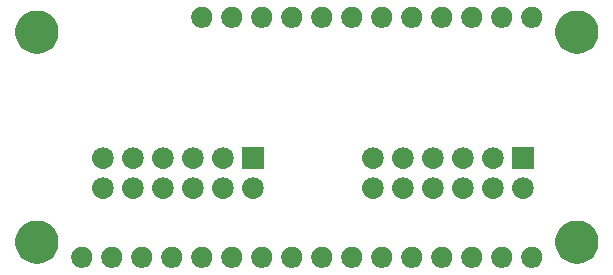
<source format=gbr>
G04 #@! TF.GenerationSoftware,KiCad,Pcbnew,(5.1.2)-1*
G04 #@! TF.CreationDate,2019-07-17T11:08:16+10:00*
G04 #@! TF.ProjectId,pmod-breakout,706d6f64-2d62-4726-9561-6b6f75742e6b,rev?*
G04 #@! TF.SameCoordinates,Original*
G04 #@! TF.FileFunction,Soldermask,Top*
G04 #@! TF.FilePolarity,Negative*
%FSLAX46Y46*%
G04 Gerber Fmt 4.6, Leading zero omitted, Abs format (unit mm)*
G04 Created by KiCad (PCBNEW (5.1.2)-1) date 2019-07-17 11:08:16*
%MOMM*%
%LPD*%
G04 APERTURE LIST*
%ADD10C,0.100000*%
G04 APERTURE END LIST*
D10*
G36*
X94343512Y-78113927D02*
G01*
X94492812Y-78143624D01*
X94656784Y-78211544D01*
X94804354Y-78310147D01*
X94929853Y-78435646D01*
X95028456Y-78583216D01*
X95096376Y-78747188D01*
X95131000Y-78921259D01*
X95131000Y-79098741D01*
X95096376Y-79272812D01*
X95028456Y-79436784D01*
X94929853Y-79584354D01*
X94804354Y-79709853D01*
X94656784Y-79808456D01*
X94492812Y-79876376D01*
X94343512Y-79906073D01*
X94318742Y-79911000D01*
X94141258Y-79911000D01*
X94116488Y-79906073D01*
X93967188Y-79876376D01*
X93803216Y-79808456D01*
X93655646Y-79709853D01*
X93530147Y-79584354D01*
X93431544Y-79436784D01*
X93363624Y-79272812D01*
X93329000Y-79098741D01*
X93329000Y-78921259D01*
X93363624Y-78747188D01*
X93431544Y-78583216D01*
X93530147Y-78435646D01*
X93655646Y-78310147D01*
X93803216Y-78211544D01*
X93967188Y-78143624D01*
X94116488Y-78113927D01*
X94141258Y-78109000D01*
X94318742Y-78109000D01*
X94343512Y-78113927D01*
X94343512Y-78113927D01*
G37*
G36*
X114663512Y-78113927D02*
G01*
X114812812Y-78143624D01*
X114976784Y-78211544D01*
X115124354Y-78310147D01*
X115249853Y-78435646D01*
X115348456Y-78583216D01*
X115416376Y-78747188D01*
X115451000Y-78921259D01*
X115451000Y-79098741D01*
X115416376Y-79272812D01*
X115348456Y-79436784D01*
X115249853Y-79584354D01*
X115124354Y-79709853D01*
X114976784Y-79808456D01*
X114812812Y-79876376D01*
X114663512Y-79906073D01*
X114638742Y-79911000D01*
X114461258Y-79911000D01*
X114436488Y-79906073D01*
X114287188Y-79876376D01*
X114123216Y-79808456D01*
X113975646Y-79709853D01*
X113850147Y-79584354D01*
X113751544Y-79436784D01*
X113683624Y-79272812D01*
X113649000Y-79098741D01*
X113649000Y-78921259D01*
X113683624Y-78747188D01*
X113751544Y-78583216D01*
X113850147Y-78435646D01*
X113975646Y-78310147D01*
X114123216Y-78211544D01*
X114287188Y-78143624D01*
X114436488Y-78113927D01*
X114461258Y-78109000D01*
X114638742Y-78109000D01*
X114663512Y-78113927D01*
X114663512Y-78113927D01*
G37*
G36*
X129903512Y-78113927D02*
G01*
X130052812Y-78143624D01*
X130216784Y-78211544D01*
X130364354Y-78310147D01*
X130489853Y-78435646D01*
X130588456Y-78583216D01*
X130656376Y-78747188D01*
X130691000Y-78921259D01*
X130691000Y-79098741D01*
X130656376Y-79272812D01*
X130588456Y-79436784D01*
X130489853Y-79584354D01*
X130364354Y-79709853D01*
X130216784Y-79808456D01*
X130052812Y-79876376D01*
X129903512Y-79906073D01*
X129878742Y-79911000D01*
X129701258Y-79911000D01*
X129676488Y-79906073D01*
X129527188Y-79876376D01*
X129363216Y-79808456D01*
X129215646Y-79709853D01*
X129090147Y-79584354D01*
X128991544Y-79436784D01*
X128923624Y-79272812D01*
X128889000Y-79098741D01*
X128889000Y-78921259D01*
X128923624Y-78747188D01*
X128991544Y-78583216D01*
X129090147Y-78435646D01*
X129215646Y-78310147D01*
X129363216Y-78211544D01*
X129527188Y-78143624D01*
X129676488Y-78113927D01*
X129701258Y-78109000D01*
X129878742Y-78109000D01*
X129903512Y-78113927D01*
X129903512Y-78113927D01*
G37*
G36*
X91803512Y-78113927D02*
G01*
X91952812Y-78143624D01*
X92116784Y-78211544D01*
X92264354Y-78310147D01*
X92389853Y-78435646D01*
X92488456Y-78583216D01*
X92556376Y-78747188D01*
X92591000Y-78921259D01*
X92591000Y-79098741D01*
X92556376Y-79272812D01*
X92488456Y-79436784D01*
X92389853Y-79584354D01*
X92264354Y-79709853D01*
X92116784Y-79808456D01*
X91952812Y-79876376D01*
X91803512Y-79906073D01*
X91778742Y-79911000D01*
X91601258Y-79911000D01*
X91576488Y-79906073D01*
X91427188Y-79876376D01*
X91263216Y-79808456D01*
X91115646Y-79709853D01*
X90990147Y-79584354D01*
X90891544Y-79436784D01*
X90823624Y-79272812D01*
X90789000Y-79098741D01*
X90789000Y-78921259D01*
X90823624Y-78747188D01*
X90891544Y-78583216D01*
X90990147Y-78435646D01*
X91115646Y-78310147D01*
X91263216Y-78211544D01*
X91427188Y-78143624D01*
X91576488Y-78113927D01*
X91601258Y-78109000D01*
X91778742Y-78109000D01*
X91803512Y-78113927D01*
X91803512Y-78113927D01*
G37*
G36*
X124823512Y-78113927D02*
G01*
X124972812Y-78143624D01*
X125136784Y-78211544D01*
X125284354Y-78310147D01*
X125409853Y-78435646D01*
X125508456Y-78583216D01*
X125576376Y-78747188D01*
X125611000Y-78921259D01*
X125611000Y-79098741D01*
X125576376Y-79272812D01*
X125508456Y-79436784D01*
X125409853Y-79584354D01*
X125284354Y-79709853D01*
X125136784Y-79808456D01*
X124972812Y-79876376D01*
X124823512Y-79906073D01*
X124798742Y-79911000D01*
X124621258Y-79911000D01*
X124596488Y-79906073D01*
X124447188Y-79876376D01*
X124283216Y-79808456D01*
X124135646Y-79709853D01*
X124010147Y-79584354D01*
X123911544Y-79436784D01*
X123843624Y-79272812D01*
X123809000Y-79098741D01*
X123809000Y-78921259D01*
X123843624Y-78747188D01*
X123911544Y-78583216D01*
X124010147Y-78435646D01*
X124135646Y-78310147D01*
X124283216Y-78211544D01*
X124447188Y-78143624D01*
X124596488Y-78113927D01*
X124621258Y-78109000D01*
X124798742Y-78109000D01*
X124823512Y-78113927D01*
X124823512Y-78113927D01*
G37*
G36*
X122283512Y-78113927D02*
G01*
X122432812Y-78143624D01*
X122596784Y-78211544D01*
X122744354Y-78310147D01*
X122869853Y-78435646D01*
X122968456Y-78583216D01*
X123036376Y-78747188D01*
X123071000Y-78921259D01*
X123071000Y-79098741D01*
X123036376Y-79272812D01*
X122968456Y-79436784D01*
X122869853Y-79584354D01*
X122744354Y-79709853D01*
X122596784Y-79808456D01*
X122432812Y-79876376D01*
X122283512Y-79906073D01*
X122258742Y-79911000D01*
X122081258Y-79911000D01*
X122056488Y-79906073D01*
X121907188Y-79876376D01*
X121743216Y-79808456D01*
X121595646Y-79709853D01*
X121470147Y-79584354D01*
X121371544Y-79436784D01*
X121303624Y-79272812D01*
X121269000Y-79098741D01*
X121269000Y-78921259D01*
X121303624Y-78747188D01*
X121371544Y-78583216D01*
X121470147Y-78435646D01*
X121595646Y-78310147D01*
X121743216Y-78211544D01*
X121907188Y-78143624D01*
X122056488Y-78113927D01*
X122081258Y-78109000D01*
X122258742Y-78109000D01*
X122283512Y-78113927D01*
X122283512Y-78113927D01*
G37*
G36*
X119743512Y-78113927D02*
G01*
X119892812Y-78143624D01*
X120056784Y-78211544D01*
X120204354Y-78310147D01*
X120329853Y-78435646D01*
X120428456Y-78583216D01*
X120496376Y-78747188D01*
X120531000Y-78921259D01*
X120531000Y-79098741D01*
X120496376Y-79272812D01*
X120428456Y-79436784D01*
X120329853Y-79584354D01*
X120204354Y-79709853D01*
X120056784Y-79808456D01*
X119892812Y-79876376D01*
X119743512Y-79906073D01*
X119718742Y-79911000D01*
X119541258Y-79911000D01*
X119516488Y-79906073D01*
X119367188Y-79876376D01*
X119203216Y-79808456D01*
X119055646Y-79709853D01*
X118930147Y-79584354D01*
X118831544Y-79436784D01*
X118763624Y-79272812D01*
X118729000Y-79098741D01*
X118729000Y-78921259D01*
X118763624Y-78747188D01*
X118831544Y-78583216D01*
X118930147Y-78435646D01*
X119055646Y-78310147D01*
X119203216Y-78211544D01*
X119367188Y-78143624D01*
X119516488Y-78113927D01*
X119541258Y-78109000D01*
X119718742Y-78109000D01*
X119743512Y-78113927D01*
X119743512Y-78113927D01*
G37*
G36*
X117203512Y-78113927D02*
G01*
X117352812Y-78143624D01*
X117516784Y-78211544D01*
X117664354Y-78310147D01*
X117789853Y-78435646D01*
X117888456Y-78583216D01*
X117956376Y-78747188D01*
X117991000Y-78921259D01*
X117991000Y-79098741D01*
X117956376Y-79272812D01*
X117888456Y-79436784D01*
X117789853Y-79584354D01*
X117664354Y-79709853D01*
X117516784Y-79808456D01*
X117352812Y-79876376D01*
X117203512Y-79906073D01*
X117178742Y-79911000D01*
X117001258Y-79911000D01*
X116976488Y-79906073D01*
X116827188Y-79876376D01*
X116663216Y-79808456D01*
X116515646Y-79709853D01*
X116390147Y-79584354D01*
X116291544Y-79436784D01*
X116223624Y-79272812D01*
X116189000Y-79098741D01*
X116189000Y-78921259D01*
X116223624Y-78747188D01*
X116291544Y-78583216D01*
X116390147Y-78435646D01*
X116515646Y-78310147D01*
X116663216Y-78211544D01*
X116827188Y-78143624D01*
X116976488Y-78113927D01*
X117001258Y-78109000D01*
X117178742Y-78109000D01*
X117203512Y-78113927D01*
X117203512Y-78113927D01*
G37*
G36*
X127363512Y-78113927D02*
G01*
X127512812Y-78143624D01*
X127676784Y-78211544D01*
X127824354Y-78310147D01*
X127949853Y-78435646D01*
X128048456Y-78583216D01*
X128116376Y-78747188D01*
X128151000Y-78921259D01*
X128151000Y-79098741D01*
X128116376Y-79272812D01*
X128048456Y-79436784D01*
X127949853Y-79584354D01*
X127824354Y-79709853D01*
X127676784Y-79808456D01*
X127512812Y-79876376D01*
X127363512Y-79906073D01*
X127338742Y-79911000D01*
X127161258Y-79911000D01*
X127136488Y-79906073D01*
X126987188Y-79876376D01*
X126823216Y-79808456D01*
X126675646Y-79709853D01*
X126550147Y-79584354D01*
X126451544Y-79436784D01*
X126383624Y-79272812D01*
X126349000Y-79098741D01*
X126349000Y-78921259D01*
X126383624Y-78747188D01*
X126451544Y-78583216D01*
X126550147Y-78435646D01*
X126675646Y-78310147D01*
X126823216Y-78211544D01*
X126987188Y-78143624D01*
X127136488Y-78113927D01*
X127161258Y-78109000D01*
X127338742Y-78109000D01*
X127363512Y-78113927D01*
X127363512Y-78113927D01*
G37*
G36*
X112123512Y-78113927D02*
G01*
X112272812Y-78143624D01*
X112436784Y-78211544D01*
X112584354Y-78310147D01*
X112709853Y-78435646D01*
X112808456Y-78583216D01*
X112876376Y-78747188D01*
X112911000Y-78921259D01*
X112911000Y-79098741D01*
X112876376Y-79272812D01*
X112808456Y-79436784D01*
X112709853Y-79584354D01*
X112584354Y-79709853D01*
X112436784Y-79808456D01*
X112272812Y-79876376D01*
X112123512Y-79906073D01*
X112098742Y-79911000D01*
X111921258Y-79911000D01*
X111896488Y-79906073D01*
X111747188Y-79876376D01*
X111583216Y-79808456D01*
X111435646Y-79709853D01*
X111310147Y-79584354D01*
X111211544Y-79436784D01*
X111143624Y-79272812D01*
X111109000Y-79098741D01*
X111109000Y-78921259D01*
X111143624Y-78747188D01*
X111211544Y-78583216D01*
X111310147Y-78435646D01*
X111435646Y-78310147D01*
X111583216Y-78211544D01*
X111747188Y-78143624D01*
X111896488Y-78113927D01*
X111921258Y-78109000D01*
X112098742Y-78109000D01*
X112123512Y-78113927D01*
X112123512Y-78113927D01*
G37*
G36*
X109583512Y-78113927D02*
G01*
X109732812Y-78143624D01*
X109896784Y-78211544D01*
X110044354Y-78310147D01*
X110169853Y-78435646D01*
X110268456Y-78583216D01*
X110336376Y-78747188D01*
X110371000Y-78921259D01*
X110371000Y-79098741D01*
X110336376Y-79272812D01*
X110268456Y-79436784D01*
X110169853Y-79584354D01*
X110044354Y-79709853D01*
X109896784Y-79808456D01*
X109732812Y-79876376D01*
X109583512Y-79906073D01*
X109558742Y-79911000D01*
X109381258Y-79911000D01*
X109356488Y-79906073D01*
X109207188Y-79876376D01*
X109043216Y-79808456D01*
X108895646Y-79709853D01*
X108770147Y-79584354D01*
X108671544Y-79436784D01*
X108603624Y-79272812D01*
X108569000Y-79098741D01*
X108569000Y-78921259D01*
X108603624Y-78747188D01*
X108671544Y-78583216D01*
X108770147Y-78435646D01*
X108895646Y-78310147D01*
X109043216Y-78211544D01*
X109207188Y-78143624D01*
X109356488Y-78113927D01*
X109381258Y-78109000D01*
X109558742Y-78109000D01*
X109583512Y-78113927D01*
X109583512Y-78113927D01*
G37*
G36*
X107043512Y-78113927D02*
G01*
X107192812Y-78143624D01*
X107356784Y-78211544D01*
X107504354Y-78310147D01*
X107629853Y-78435646D01*
X107728456Y-78583216D01*
X107796376Y-78747188D01*
X107831000Y-78921259D01*
X107831000Y-79098741D01*
X107796376Y-79272812D01*
X107728456Y-79436784D01*
X107629853Y-79584354D01*
X107504354Y-79709853D01*
X107356784Y-79808456D01*
X107192812Y-79876376D01*
X107043512Y-79906073D01*
X107018742Y-79911000D01*
X106841258Y-79911000D01*
X106816488Y-79906073D01*
X106667188Y-79876376D01*
X106503216Y-79808456D01*
X106355646Y-79709853D01*
X106230147Y-79584354D01*
X106131544Y-79436784D01*
X106063624Y-79272812D01*
X106029000Y-79098741D01*
X106029000Y-78921259D01*
X106063624Y-78747188D01*
X106131544Y-78583216D01*
X106230147Y-78435646D01*
X106355646Y-78310147D01*
X106503216Y-78211544D01*
X106667188Y-78143624D01*
X106816488Y-78113927D01*
X106841258Y-78109000D01*
X107018742Y-78109000D01*
X107043512Y-78113927D01*
X107043512Y-78113927D01*
G37*
G36*
X104503512Y-78113927D02*
G01*
X104652812Y-78143624D01*
X104816784Y-78211544D01*
X104964354Y-78310147D01*
X105089853Y-78435646D01*
X105188456Y-78583216D01*
X105256376Y-78747188D01*
X105291000Y-78921259D01*
X105291000Y-79098741D01*
X105256376Y-79272812D01*
X105188456Y-79436784D01*
X105089853Y-79584354D01*
X104964354Y-79709853D01*
X104816784Y-79808456D01*
X104652812Y-79876376D01*
X104503512Y-79906073D01*
X104478742Y-79911000D01*
X104301258Y-79911000D01*
X104276488Y-79906073D01*
X104127188Y-79876376D01*
X103963216Y-79808456D01*
X103815646Y-79709853D01*
X103690147Y-79584354D01*
X103591544Y-79436784D01*
X103523624Y-79272812D01*
X103489000Y-79098741D01*
X103489000Y-78921259D01*
X103523624Y-78747188D01*
X103591544Y-78583216D01*
X103690147Y-78435646D01*
X103815646Y-78310147D01*
X103963216Y-78211544D01*
X104127188Y-78143624D01*
X104276488Y-78113927D01*
X104301258Y-78109000D01*
X104478742Y-78109000D01*
X104503512Y-78113927D01*
X104503512Y-78113927D01*
G37*
G36*
X101963512Y-78113927D02*
G01*
X102112812Y-78143624D01*
X102276784Y-78211544D01*
X102424354Y-78310147D01*
X102549853Y-78435646D01*
X102648456Y-78583216D01*
X102716376Y-78747188D01*
X102751000Y-78921259D01*
X102751000Y-79098741D01*
X102716376Y-79272812D01*
X102648456Y-79436784D01*
X102549853Y-79584354D01*
X102424354Y-79709853D01*
X102276784Y-79808456D01*
X102112812Y-79876376D01*
X101963512Y-79906073D01*
X101938742Y-79911000D01*
X101761258Y-79911000D01*
X101736488Y-79906073D01*
X101587188Y-79876376D01*
X101423216Y-79808456D01*
X101275646Y-79709853D01*
X101150147Y-79584354D01*
X101051544Y-79436784D01*
X100983624Y-79272812D01*
X100949000Y-79098741D01*
X100949000Y-78921259D01*
X100983624Y-78747188D01*
X101051544Y-78583216D01*
X101150147Y-78435646D01*
X101275646Y-78310147D01*
X101423216Y-78211544D01*
X101587188Y-78143624D01*
X101736488Y-78113927D01*
X101761258Y-78109000D01*
X101938742Y-78109000D01*
X101963512Y-78113927D01*
X101963512Y-78113927D01*
G37*
G36*
X99423512Y-78113927D02*
G01*
X99572812Y-78143624D01*
X99736784Y-78211544D01*
X99884354Y-78310147D01*
X100009853Y-78435646D01*
X100108456Y-78583216D01*
X100176376Y-78747188D01*
X100211000Y-78921259D01*
X100211000Y-79098741D01*
X100176376Y-79272812D01*
X100108456Y-79436784D01*
X100009853Y-79584354D01*
X99884354Y-79709853D01*
X99736784Y-79808456D01*
X99572812Y-79876376D01*
X99423512Y-79906073D01*
X99398742Y-79911000D01*
X99221258Y-79911000D01*
X99196488Y-79906073D01*
X99047188Y-79876376D01*
X98883216Y-79808456D01*
X98735646Y-79709853D01*
X98610147Y-79584354D01*
X98511544Y-79436784D01*
X98443624Y-79272812D01*
X98409000Y-79098741D01*
X98409000Y-78921259D01*
X98443624Y-78747188D01*
X98511544Y-78583216D01*
X98610147Y-78435646D01*
X98735646Y-78310147D01*
X98883216Y-78211544D01*
X99047188Y-78143624D01*
X99196488Y-78113927D01*
X99221258Y-78109000D01*
X99398742Y-78109000D01*
X99423512Y-78113927D01*
X99423512Y-78113927D01*
G37*
G36*
X96883512Y-78113927D02*
G01*
X97032812Y-78143624D01*
X97196784Y-78211544D01*
X97344354Y-78310147D01*
X97469853Y-78435646D01*
X97568456Y-78583216D01*
X97636376Y-78747188D01*
X97671000Y-78921259D01*
X97671000Y-79098741D01*
X97636376Y-79272812D01*
X97568456Y-79436784D01*
X97469853Y-79584354D01*
X97344354Y-79709853D01*
X97196784Y-79808456D01*
X97032812Y-79876376D01*
X96883512Y-79906073D01*
X96858742Y-79911000D01*
X96681258Y-79911000D01*
X96656488Y-79906073D01*
X96507188Y-79876376D01*
X96343216Y-79808456D01*
X96195646Y-79709853D01*
X96070147Y-79584354D01*
X95971544Y-79436784D01*
X95903624Y-79272812D01*
X95869000Y-79098741D01*
X95869000Y-78921259D01*
X95903624Y-78747188D01*
X95971544Y-78583216D01*
X96070147Y-78435646D01*
X96195646Y-78310147D01*
X96343216Y-78211544D01*
X96507188Y-78143624D01*
X96656488Y-78113927D01*
X96681258Y-78109000D01*
X96858742Y-78109000D01*
X96883512Y-78113927D01*
X96883512Y-78113927D01*
G37*
G36*
X133956820Y-75946143D02*
G01*
X134133500Y-75981287D01*
X134271373Y-76038396D01*
X134466355Y-76119160D01*
X134466356Y-76119161D01*
X134765920Y-76319323D01*
X135020677Y-76574080D01*
X135020678Y-76574082D01*
X135220840Y-76873645D01*
X135358713Y-77206501D01*
X135429000Y-77559858D01*
X135429000Y-77920142D01*
X135358713Y-78273499D01*
X135220840Y-78606355D01*
X135220839Y-78606356D01*
X135020677Y-78905920D01*
X134765920Y-79160677D01*
X134615120Y-79261438D01*
X134466355Y-79360840D01*
X134283014Y-79436782D01*
X134133500Y-79498713D01*
X133956820Y-79533857D01*
X133780142Y-79569000D01*
X133419858Y-79569000D01*
X133243180Y-79533857D01*
X133066500Y-79498713D01*
X132916986Y-79436782D01*
X132733645Y-79360840D01*
X132584880Y-79261438D01*
X132434080Y-79160677D01*
X132179323Y-78905920D01*
X131979161Y-78606356D01*
X131979160Y-78606355D01*
X131841287Y-78273499D01*
X131771000Y-77920142D01*
X131771000Y-77559858D01*
X131841287Y-77206501D01*
X131979160Y-76873645D01*
X132179322Y-76574082D01*
X132179323Y-76574080D01*
X132434080Y-76319323D01*
X132733644Y-76119161D01*
X132733645Y-76119160D01*
X132928627Y-76038396D01*
X133066500Y-75981287D01*
X133243180Y-75946143D01*
X133419858Y-75911000D01*
X133780142Y-75911000D01*
X133956820Y-75946143D01*
X133956820Y-75946143D01*
G37*
G36*
X88236820Y-75946143D02*
G01*
X88413500Y-75981287D01*
X88551373Y-76038396D01*
X88746355Y-76119160D01*
X88746356Y-76119161D01*
X89045920Y-76319323D01*
X89300677Y-76574080D01*
X89300678Y-76574082D01*
X89500840Y-76873645D01*
X89638713Y-77206501D01*
X89709000Y-77559858D01*
X89709000Y-77920142D01*
X89638713Y-78273499D01*
X89500840Y-78606355D01*
X89500839Y-78606356D01*
X89300677Y-78905920D01*
X89045920Y-79160677D01*
X88895120Y-79261438D01*
X88746355Y-79360840D01*
X88563014Y-79436782D01*
X88413500Y-79498713D01*
X88236820Y-79533857D01*
X88060142Y-79569000D01*
X87699858Y-79569000D01*
X87523180Y-79533857D01*
X87346500Y-79498713D01*
X87196986Y-79436782D01*
X87013645Y-79360840D01*
X86864880Y-79261438D01*
X86714080Y-79160677D01*
X86459323Y-78905920D01*
X86259161Y-78606356D01*
X86259160Y-78606355D01*
X86121287Y-78273499D01*
X86051000Y-77920142D01*
X86051000Y-77559858D01*
X86121287Y-77206501D01*
X86259160Y-76873645D01*
X86459322Y-76574082D01*
X86459323Y-76574080D01*
X86714080Y-76319323D01*
X87013644Y-76119161D01*
X87013645Y-76119160D01*
X87208627Y-76038396D01*
X87346500Y-75981287D01*
X87523180Y-75946143D01*
X87699858Y-75911000D01*
X88060142Y-75911000D01*
X88236820Y-75946143D01*
X88236820Y-75946143D01*
G37*
G36*
X129152882Y-72260718D02*
G01*
X129219067Y-72267237D01*
X129388906Y-72318757D01*
X129545431Y-72402422D01*
X129581169Y-72431752D01*
X129682626Y-72515014D01*
X129765888Y-72616471D01*
X129795218Y-72652209D01*
X129878883Y-72808734D01*
X129930403Y-72978573D01*
X129947799Y-73155200D01*
X129930403Y-73331827D01*
X129878883Y-73501666D01*
X129795218Y-73658191D01*
X129765888Y-73693929D01*
X129682626Y-73795386D01*
X129581169Y-73878648D01*
X129545431Y-73907978D01*
X129388906Y-73991643D01*
X129219067Y-74043163D01*
X129152883Y-74049681D01*
X129086700Y-74056200D01*
X128998180Y-74056200D01*
X128931997Y-74049681D01*
X128865813Y-74043163D01*
X128695974Y-73991643D01*
X128539449Y-73907978D01*
X128503711Y-73878648D01*
X128402254Y-73795386D01*
X128318992Y-73693929D01*
X128289662Y-73658191D01*
X128205997Y-73501666D01*
X128154477Y-73331827D01*
X128137081Y-73155200D01*
X128154477Y-72978573D01*
X128205997Y-72808734D01*
X128289662Y-72652209D01*
X128318992Y-72616471D01*
X128402254Y-72515014D01*
X128503711Y-72431752D01*
X128539449Y-72402422D01*
X128695974Y-72318757D01*
X128865813Y-72267237D01*
X128931998Y-72260718D01*
X128998180Y-72254200D01*
X129086700Y-72254200D01*
X129152882Y-72260718D01*
X129152882Y-72260718D01*
G37*
G36*
X126612882Y-72260718D02*
G01*
X126679067Y-72267237D01*
X126848906Y-72318757D01*
X127005431Y-72402422D01*
X127041169Y-72431752D01*
X127142626Y-72515014D01*
X127225888Y-72616471D01*
X127255218Y-72652209D01*
X127338883Y-72808734D01*
X127390403Y-72978573D01*
X127407799Y-73155200D01*
X127390403Y-73331827D01*
X127338883Y-73501666D01*
X127255218Y-73658191D01*
X127225888Y-73693929D01*
X127142626Y-73795386D01*
X127041169Y-73878648D01*
X127005431Y-73907978D01*
X126848906Y-73991643D01*
X126679067Y-74043163D01*
X126612883Y-74049681D01*
X126546700Y-74056200D01*
X126458180Y-74056200D01*
X126391997Y-74049681D01*
X126325813Y-74043163D01*
X126155974Y-73991643D01*
X125999449Y-73907978D01*
X125963711Y-73878648D01*
X125862254Y-73795386D01*
X125778992Y-73693929D01*
X125749662Y-73658191D01*
X125665997Y-73501666D01*
X125614477Y-73331827D01*
X125597081Y-73155200D01*
X125614477Y-72978573D01*
X125665997Y-72808734D01*
X125749662Y-72652209D01*
X125778992Y-72616471D01*
X125862254Y-72515014D01*
X125963711Y-72431752D01*
X125999449Y-72402422D01*
X126155974Y-72318757D01*
X126325813Y-72267237D01*
X126391998Y-72260718D01*
X126458180Y-72254200D01*
X126546700Y-72254200D01*
X126612882Y-72260718D01*
X126612882Y-72260718D01*
G37*
G36*
X124072882Y-72260718D02*
G01*
X124139067Y-72267237D01*
X124308906Y-72318757D01*
X124465431Y-72402422D01*
X124501169Y-72431752D01*
X124602626Y-72515014D01*
X124685888Y-72616471D01*
X124715218Y-72652209D01*
X124798883Y-72808734D01*
X124850403Y-72978573D01*
X124867799Y-73155200D01*
X124850403Y-73331827D01*
X124798883Y-73501666D01*
X124715218Y-73658191D01*
X124685888Y-73693929D01*
X124602626Y-73795386D01*
X124501169Y-73878648D01*
X124465431Y-73907978D01*
X124308906Y-73991643D01*
X124139067Y-74043163D01*
X124072883Y-74049681D01*
X124006700Y-74056200D01*
X123918180Y-74056200D01*
X123851997Y-74049681D01*
X123785813Y-74043163D01*
X123615974Y-73991643D01*
X123459449Y-73907978D01*
X123423711Y-73878648D01*
X123322254Y-73795386D01*
X123238992Y-73693929D01*
X123209662Y-73658191D01*
X123125997Y-73501666D01*
X123074477Y-73331827D01*
X123057081Y-73155200D01*
X123074477Y-72978573D01*
X123125997Y-72808734D01*
X123209662Y-72652209D01*
X123238992Y-72616471D01*
X123322254Y-72515014D01*
X123423711Y-72431752D01*
X123459449Y-72402422D01*
X123615974Y-72318757D01*
X123785813Y-72267237D01*
X123851998Y-72260718D01*
X123918180Y-72254200D01*
X124006700Y-72254200D01*
X124072882Y-72260718D01*
X124072882Y-72260718D01*
G37*
G36*
X121532882Y-72260718D02*
G01*
X121599067Y-72267237D01*
X121768906Y-72318757D01*
X121925431Y-72402422D01*
X121961169Y-72431752D01*
X122062626Y-72515014D01*
X122145888Y-72616471D01*
X122175218Y-72652209D01*
X122258883Y-72808734D01*
X122310403Y-72978573D01*
X122327799Y-73155200D01*
X122310403Y-73331827D01*
X122258883Y-73501666D01*
X122175218Y-73658191D01*
X122145888Y-73693929D01*
X122062626Y-73795386D01*
X121961169Y-73878648D01*
X121925431Y-73907978D01*
X121768906Y-73991643D01*
X121599067Y-74043163D01*
X121532883Y-74049681D01*
X121466700Y-74056200D01*
X121378180Y-74056200D01*
X121311997Y-74049681D01*
X121245813Y-74043163D01*
X121075974Y-73991643D01*
X120919449Y-73907978D01*
X120883711Y-73878648D01*
X120782254Y-73795386D01*
X120698992Y-73693929D01*
X120669662Y-73658191D01*
X120585997Y-73501666D01*
X120534477Y-73331827D01*
X120517081Y-73155200D01*
X120534477Y-72978573D01*
X120585997Y-72808734D01*
X120669662Y-72652209D01*
X120698992Y-72616471D01*
X120782254Y-72515014D01*
X120883711Y-72431752D01*
X120919449Y-72402422D01*
X121075974Y-72318757D01*
X121245813Y-72267237D01*
X121311998Y-72260718D01*
X121378180Y-72254200D01*
X121466700Y-72254200D01*
X121532882Y-72260718D01*
X121532882Y-72260718D01*
G37*
G36*
X118992882Y-72260718D02*
G01*
X119059067Y-72267237D01*
X119228906Y-72318757D01*
X119385431Y-72402422D01*
X119421169Y-72431752D01*
X119522626Y-72515014D01*
X119605888Y-72616471D01*
X119635218Y-72652209D01*
X119718883Y-72808734D01*
X119770403Y-72978573D01*
X119787799Y-73155200D01*
X119770403Y-73331827D01*
X119718883Y-73501666D01*
X119635218Y-73658191D01*
X119605888Y-73693929D01*
X119522626Y-73795386D01*
X119421169Y-73878648D01*
X119385431Y-73907978D01*
X119228906Y-73991643D01*
X119059067Y-74043163D01*
X118992883Y-74049681D01*
X118926700Y-74056200D01*
X118838180Y-74056200D01*
X118771997Y-74049681D01*
X118705813Y-74043163D01*
X118535974Y-73991643D01*
X118379449Y-73907978D01*
X118343711Y-73878648D01*
X118242254Y-73795386D01*
X118158992Y-73693929D01*
X118129662Y-73658191D01*
X118045997Y-73501666D01*
X117994477Y-73331827D01*
X117977081Y-73155200D01*
X117994477Y-72978573D01*
X118045997Y-72808734D01*
X118129662Y-72652209D01*
X118158992Y-72616471D01*
X118242254Y-72515014D01*
X118343711Y-72431752D01*
X118379449Y-72402422D01*
X118535974Y-72318757D01*
X118705813Y-72267237D01*
X118771998Y-72260718D01*
X118838180Y-72254200D01*
X118926700Y-72254200D01*
X118992882Y-72260718D01*
X118992882Y-72260718D01*
G37*
G36*
X116452882Y-72260718D02*
G01*
X116519067Y-72267237D01*
X116688906Y-72318757D01*
X116845431Y-72402422D01*
X116881169Y-72431752D01*
X116982626Y-72515014D01*
X117065888Y-72616471D01*
X117095218Y-72652209D01*
X117178883Y-72808734D01*
X117230403Y-72978573D01*
X117247799Y-73155200D01*
X117230403Y-73331827D01*
X117178883Y-73501666D01*
X117095218Y-73658191D01*
X117065888Y-73693929D01*
X116982626Y-73795386D01*
X116881169Y-73878648D01*
X116845431Y-73907978D01*
X116688906Y-73991643D01*
X116519067Y-74043163D01*
X116452883Y-74049681D01*
X116386700Y-74056200D01*
X116298180Y-74056200D01*
X116231997Y-74049681D01*
X116165813Y-74043163D01*
X115995974Y-73991643D01*
X115839449Y-73907978D01*
X115803711Y-73878648D01*
X115702254Y-73795386D01*
X115618992Y-73693929D01*
X115589662Y-73658191D01*
X115505997Y-73501666D01*
X115454477Y-73331827D01*
X115437081Y-73155200D01*
X115454477Y-72978573D01*
X115505997Y-72808734D01*
X115589662Y-72652209D01*
X115618992Y-72616471D01*
X115702254Y-72515014D01*
X115803711Y-72431752D01*
X115839449Y-72402422D01*
X115995974Y-72318757D01*
X116165813Y-72267237D01*
X116231998Y-72260718D01*
X116298180Y-72254200D01*
X116386700Y-72254200D01*
X116452882Y-72260718D01*
X116452882Y-72260718D01*
G37*
G36*
X103752882Y-72260718D02*
G01*
X103819067Y-72267237D01*
X103988906Y-72318757D01*
X104145431Y-72402422D01*
X104181169Y-72431752D01*
X104282626Y-72515014D01*
X104365888Y-72616471D01*
X104395218Y-72652209D01*
X104478883Y-72808734D01*
X104530403Y-72978573D01*
X104547799Y-73155200D01*
X104530403Y-73331827D01*
X104478883Y-73501666D01*
X104395218Y-73658191D01*
X104365888Y-73693929D01*
X104282626Y-73795386D01*
X104181169Y-73878648D01*
X104145431Y-73907978D01*
X103988906Y-73991643D01*
X103819067Y-74043163D01*
X103752883Y-74049681D01*
X103686700Y-74056200D01*
X103598180Y-74056200D01*
X103531997Y-74049681D01*
X103465813Y-74043163D01*
X103295974Y-73991643D01*
X103139449Y-73907978D01*
X103103711Y-73878648D01*
X103002254Y-73795386D01*
X102918992Y-73693929D01*
X102889662Y-73658191D01*
X102805997Y-73501666D01*
X102754477Y-73331827D01*
X102737081Y-73155200D01*
X102754477Y-72978573D01*
X102805997Y-72808734D01*
X102889662Y-72652209D01*
X102918992Y-72616471D01*
X103002254Y-72515014D01*
X103103711Y-72431752D01*
X103139449Y-72402422D01*
X103295974Y-72318757D01*
X103465813Y-72267237D01*
X103531998Y-72260718D01*
X103598180Y-72254200D01*
X103686700Y-72254200D01*
X103752882Y-72260718D01*
X103752882Y-72260718D01*
G37*
G36*
X101212882Y-72260718D02*
G01*
X101279067Y-72267237D01*
X101448906Y-72318757D01*
X101605431Y-72402422D01*
X101641169Y-72431752D01*
X101742626Y-72515014D01*
X101825888Y-72616471D01*
X101855218Y-72652209D01*
X101938883Y-72808734D01*
X101990403Y-72978573D01*
X102007799Y-73155200D01*
X101990403Y-73331827D01*
X101938883Y-73501666D01*
X101855218Y-73658191D01*
X101825888Y-73693929D01*
X101742626Y-73795386D01*
X101641169Y-73878648D01*
X101605431Y-73907978D01*
X101448906Y-73991643D01*
X101279067Y-74043163D01*
X101212883Y-74049681D01*
X101146700Y-74056200D01*
X101058180Y-74056200D01*
X100991997Y-74049681D01*
X100925813Y-74043163D01*
X100755974Y-73991643D01*
X100599449Y-73907978D01*
X100563711Y-73878648D01*
X100462254Y-73795386D01*
X100378992Y-73693929D01*
X100349662Y-73658191D01*
X100265997Y-73501666D01*
X100214477Y-73331827D01*
X100197081Y-73155200D01*
X100214477Y-72978573D01*
X100265997Y-72808734D01*
X100349662Y-72652209D01*
X100378992Y-72616471D01*
X100462254Y-72515014D01*
X100563711Y-72431752D01*
X100599449Y-72402422D01*
X100755974Y-72318757D01*
X100925813Y-72267237D01*
X100991998Y-72260718D01*
X101058180Y-72254200D01*
X101146700Y-72254200D01*
X101212882Y-72260718D01*
X101212882Y-72260718D01*
G37*
G36*
X98672882Y-72260718D02*
G01*
X98739067Y-72267237D01*
X98908906Y-72318757D01*
X99065431Y-72402422D01*
X99101169Y-72431752D01*
X99202626Y-72515014D01*
X99285888Y-72616471D01*
X99315218Y-72652209D01*
X99398883Y-72808734D01*
X99450403Y-72978573D01*
X99467799Y-73155200D01*
X99450403Y-73331827D01*
X99398883Y-73501666D01*
X99315218Y-73658191D01*
X99285888Y-73693929D01*
X99202626Y-73795386D01*
X99101169Y-73878648D01*
X99065431Y-73907978D01*
X98908906Y-73991643D01*
X98739067Y-74043163D01*
X98672883Y-74049681D01*
X98606700Y-74056200D01*
X98518180Y-74056200D01*
X98451997Y-74049681D01*
X98385813Y-74043163D01*
X98215974Y-73991643D01*
X98059449Y-73907978D01*
X98023711Y-73878648D01*
X97922254Y-73795386D01*
X97838992Y-73693929D01*
X97809662Y-73658191D01*
X97725997Y-73501666D01*
X97674477Y-73331827D01*
X97657081Y-73155200D01*
X97674477Y-72978573D01*
X97725997Y-72808734D01*
X97809662Y-72652209D01*
X97838992Y-72616471D01*
X97922254Y-72515014D01*
X98023711Y-72431752D01*
X98059449Y-72402422D01*
X98215974Y-72318757D01*
X98385813Y-72267237D01*
X98451998Y-72260718D01*
X98518180Y-72254200D01*
X98606700Y-72254200D01*
X98672882Y-72260718D01*
X98672882Y-72260718D01*
G37*
G36*
X96132882Y-72260718D02*
G01*
X96199067Y-72267237D01*
X96368906Y-72318757D01*
X96525431Y-72402422D01*
X96561169Y-72431752D01*
X96662626Y-72515014D01*
X96745888Y-72616471D01*
X96775218Y-72652209D01*
X96858883Y-72808734D01*
X96910403Y-72978573D01*
X96927799Y-73155200D01*
X96910403Y-73331827D01*
X96858883Y-73501666D01*
X96775218Y-73658191D01*
X96745888Y-73693929D01*
X96662626Y-73795386D01*
X96561169Y-73878648D01*
X96525431Y-73907978D01*
X96368906Y-73991643D01*
X96199067Y-74043163D01*
X96132883Y-74049681D01*
X96066700Y-74056200D01*
X95978180Y-74056200D01*
X95911997Y-74049681D01*
X95845813Y-74043163D01*
X95675974Y-73991643D01*
X95519449Y-73907978D01*
X95483711Y-73878648D01*
X95382254Y-73795386D01*
X95298992Y-73693929D01*
X95269662Y-73658191D01*
X95185997Y-73501666D01*
X95134477Y-73331827D01*
X95117081Y-73155200D01*
X95134477Y-72978573D01*
X95185997Y-72808734D01*
X95269662Y-72652209D01*
X95298992Y-72616471D01*
X95382254Y-72515014D01*
X95483711Y-72431752D01*
X95519449Y-72402422D01*
X95675974Y-72318757D01*
X95845813Y-72267237D01*
X95911998Y-72260718D01*
X95978180Y-72254200D01*
X96066700Y-72254200D01*
X96132882Y-72260718D01*
X96132882Y-72260718D01*
G37*
G36*
X93592882Y-72260718D02*
G01*
X93659067Y-72267237D01*
X93828906Y-72318757D01*
X93985431Y-72402422D01*
X94021169Y-72431752D01*
X94122626Y-72515014D01*
X94205888Y-72616471D01*
X94235218Y-72652209D01*
X94318883Y-72808734D01*
X94370403Y-72978573D01*
X94387799Y-73155200D01*
X94370403Y-73331827D01*
X94318883Y-73501666D01*
X94235218Y-73658191D01*
X94205888Y-73693929D01*
X94122626Y-73795386D01*
X94021169Y-73878648D01*
X93985431Y-73907978D01*
X93828906Y-73991643D01*
X93659067Y-74043163D01*
X93592883Y-74049681D01*
X93526700Y-74056200D01*
X93438180Y-74056200D01*
X93371997Y-74049681D01*
X93305813Y-74043163D01*
X93135974Y-73991643D01*
X92979449Y-73907978D01*
X92943711Y-73878648D01*
X92842254Y-73795386D01*
X92758992Y-73693929D01*
X92729662Y-73658191D01*
X92645997Y-73501666D01*
X92594477Y-73331827D01*
X92577081Y-73155200D01*
X92594477Y-72978573D01*
X92645997Y-72808734D01*
X92729662Y-72652209D01*
X92758992Y-72616471D01*
X92842254Y-72515014D01*
X92943711Y-72431752D01*
X92979449Y-72402422D01*
X93135974Y-72318757D01*
X93305813Y-72267237D01*
X93371998Y-72260718D01*
X93438180Y-72254200D01*
X93526700Y-72254200D01*
X93592882Y-72260718D01*
X93592882Y-72260718D01*
G37*
G36*
X106292882Y-72260718D02*
G01*
X106359067Y-72267237D01*
X106528906Y-72318757D01*
X106685431Y-72402422D01*
X106721169Y-72431752D01*
X106822626Y-72515014D01*
X106905888Y-72616471D01*
X106935218Y-72652209D01*
X107018883Y-72808734D01*
X107070403Y-72978573D01*
X107087799Y-73155200D01*
X107070403Y-73331827D01*
X107018883Y-73501666D01*
X106935218Y-73658191D01*
X106905888Y-73693929D01*
X106822626Y-73795386D01*
X106721169Y-73878648D01*
X106685431Y-73907978D01*
X106528906Y-73991643D01*
X106359067Y-74043163D01*
X106292883Y-74049681D01*
X106226700Y-74056200D01*
X106138180Y-74056200D01*
X106071997Y-74049681D01*
X106005813Y-74043163D01*
X105835974Y-73991643D01*
X105679449Y-73907978D01*
X105643711Y-73878648D01*
X105542254Y-73795386D01*
X105458992Y-73693929D01*
X105429662Y-73658191D01*
X105345997Y-73501666D01*
X105294477Y-73331827D01*
X105277081Y-73155200D01*
X105294477Y-72978573D01*
X105345997Y-72808734D01*
X105429662Y-72652209D01*
X105458992Y-72616471D01*
X105542254Y-72515014D01*
X105643711Y-72431752D01*
X105679449Y-72402422D01*
X105835974Y-72318757D01*
X106005813Y-72267237D01*
X106071998Y-72260718D01*
X106138180Y-72254200D01*
X106226700Y-72254200D01*
X106292882Y-72260718D01*
X106292882Y-72260718D01*
G37*
G36*
X116452882Y-69720718D02*
G01*
X116519067Y-69727237D01*
X116688906Y-69778757D01*
X116845431Y-69862422D01*
X116881169Y-69891752D01*
X116982626Y-69975014D01*
X117065888Y-70076471D01*
X117095218Y-70112209D01*
X117178883Y-70268734D01*
X117230403Y-70438573D01*
X117247799Y-70615200D01*
X117230403Y-70791827D01*
X117178883Y-70961666D01*
X117095218Y-71118191D01*
X117065888Y-71153929D01*
X116982626Y-71255386D01*
X116881169Y-71338648D01*
X116845431Y-71367978D01*
X116688906Y-71451643D01*
X116519067Y-71503163D01*
X116452882Y-71509682D01*
X116386700Y-71516200D01*
X116298180Y-71516200D01*
X116231998Y-71509682D01*
X116165813Y-71503163D01*
X115995974Y-71451643D01*
X115839449Y-71367978D01*
X115803711Y-71338648D01*
X115702254Y-71255386D01*
X115618992Y-71153929D01*
X115589662Y-71118191D01*
X115505997Y-70961666D01*
X115454477Y-70791827D01*
X115437081Y-70615200D01*
X115454477Y-70438573D01*
X115505997Y-70268734D01*
X115589662Y-70112209D01*
X115618992Y-70076471D01*
X115702254Y-69975014D01*
X115803711Y-69891752D01*
X115839449Y-69862422D01*
X115995974Y-69778757D01*
X116165813Y-69727237D01*
X116231998Y-69720718D01*
X116298180Y-69714200D01*
X116386700Y-69714200D01*
X116452882Y-69720718D01*
X116452882Y-69720718D01*
G37*
G36*
X121532882Y-69720718D02*
G01*
X121599067Y-69727237D01*
X121768906Y-69778757D01*
X121925431Y-69862422D01*
X121961169Y-69891752D01*
X122062626Y-69975014D01*
X122145888Y-70076471D01*
X122175218Y-70112209D01*
X122258883Y-70268734D01*
X122310403Y-70438573D01*
X122327799Y-70615200D01*
X122310403Y-70791827D01*
X122258883Y-70961666D01*
X122175218Y-71118191D01*
X122145888Y-71153929D01*
X122062626Y-71255386D01*
X121961169Y-71338648D01*
X121925431Y-71367978D01*
X121768906Y-71451643D01*
X121599067Y-71503163D01*
X121532882Y-71509682D01*
X121466700Y-71516200D01*
X121378180Y-71516200D01*
X121311998Y-71509682D01*
X121245813Y-71503163D01*
X121075974Y-71451643D01*
X120919449Y-71367978D01*
X120883711Y-71338648D01*
X120782254Y-71255386D01*
X120698992Y-71153929D01*
X120669662Y-71118191D01*
X120585997Y-70961666D01*
X120534477Y-70791827D01*
X120517081Y-70615200D01*
X120534477Y-70438573D01*
X120585997Y-70268734D01*
X120669662Y-70112209D01*
X120698992Y-70076471D01*
X120782254Y-69975014D01*
X120883711Y-69891752D01*
X120919449Y-69862422D01*
X121075974Y-69778757D01*
X121245813Y-69727237D01*
X121311998Y-69720718D01*
X121378180Y-69714200D01*
X121466700Y-69714200D01*
X121532882Y-69720718D01*
X121532882Y-69720718D01*
G37*
G36*
X118992882Y-69720718D02*
G01*
X119059067Y-69727237D01*
X119228906Y-69778757D01*
X119385431Y-69862422D01*
X119421169Y-69891752D01*
X119522626Y-69975014D01*
X119605888Y-70076471D01*
X119635218Y-70112209D01*
X119718883Y-70268734D01*
X119770403Y-70438573D01*
X119787799Y-70615200D01*
X119770403Y-70791827D01*
X119718883Y-70961666D01*
X119635218Y-71118191D01*
X119605888Y-71153929D01*
X119522626Y-71255386D01*
X119421169Y-71338648D01*
X119385431Y-71367978D01*
X119228906Y-71451643D01*
X119059067Y-71503163D01*
X118992882Y-71509682D01*
X118926700Y-71516200D01*
X118838180Y-71516200D01*
X118771998Y-71509682D01*
X118705813Y-71503163D01*
X118535974Y-71451643D01*
X118379449Y-71367978D01*
X118343711Y-71338648D01*
X118242254Y-71255386D01*
X118158992Y-71153929D01*
X118129662Y-71118191D01*
X118045997Y-70961666D01*
X117994477Y-70791827D01*
X117977081Y-70615200D01*
X117994477Y-70438573D01*
X118045997Y-70268734D01*
X118129662Y-70112209D01*
X118158992Y-70076471D01*
X118242254Y-69975014D01*
X118343711Y-69891752D01*
X118379449Y-69862422D01*
X118535974Y-69778757D01*
X118705813Y-69727237D01*
X118771998Y-69720718D01*
X118838180Y-69714200D01*
X118926700Y-69714200D01*
X118992882Y-69720718D01*
X118992882Y-69720718D01*
G37*
G36*
X124072882Y-69720718D02*
G01*
X124139067Y-69727237D01*
X124308906Y-69778757D01*
X124465431Y-69862422D01*
X124501169Y-69891752D01*
X124602626Y-69975014D01*
X124685888Y-70076471D01*
X124715218Y-70112209D01*
X124798883Y-70268734D01*
X124850403Y-70438573D01*
X124867799Y-70615200D01*
X124850403Y-70791827D01*
X124798883Y-70961666D01*
X124715218Y-71118191D01*
X124685888Y-71153929D01*
X124602626Y-71255386D01*
X124501169Y-71338648D01*
X124465431Y-71367978D01*
X124308906Y-71451643D01*
X124139067Y-71503163D01*
X124072882Y-71509682D01*
X124006700Y-71516200D01*
X123918180Y-71516200D01*
X123851998Y-71509682D01*
X123785813Y-71503163D01*
X123615974Y-71451643D01*
X123459449Y-71367978D01*
X123423711Y-71338648D01*
X123322254Y-71255386D01*
X123238992Y-71153929D01*
X123209662Y-71118191D01*
X123125997Y-70961666D01*
X123074477Y-70791827D01*
X123057081Y-70615200D01*
X123074477Y-70438573D01*
X123125997Y-70268734D01*
X123209662Y-70112209D01*
X123238992Y-70076471D01*
X123322254Y-69975014D01*
X123423711Y-69891752D01*
X123459449Y-69862422D01*
X123615974Y-69778757D01*
X123785813Y-69727237D01*
X123851998Y-69720718D01*
X123918180Y-69714200D01*
X124006700Y-69714200D01*
X124072882Y-69720718D01*
X124072882Y-69720718D01*
G37*
G36*
X107083440Y-71516200D02*
G01*
X105281440Y-71516200D01*
X105281440Y-69714200D01*
X107083440Y-69714200D01*
X107083440Y-71516200D01*
X107083440Y-71516200D01*
G37*
G36*
X93592882Y-69720718D02*
G01*
X93659067Y-69727237D01*
X93828906Y-69778757D01*
X93985431Y-69862422D01*
X94021169Y-69891752D01*
X94122626Y-69975014D01*
X94205888Y-70076471D01*
X94235218Y-70112209D01*
X94318883Y-70268734D01*
X94370403Y-70438573D01*
X94387799Y-70615200D01*
X94370403Y-70791827D01*
X94318883Y-70961666D01*
X94235218Y-71118191D01*
X94205888Y-71153929D01*
X94122626Y-71255386D01*
X94021169Y-71338648D01*
X93985431Y-71367978D01*
X93828906Y-71451643D01*
X93659067Y-71503163D01*
X93592882Y-71509682D01*
X93526700Y-71516200D01*
X93438180Y-71516200D01*
X93371998Y-71509682D01*
X93305813Y-71503163D01*
X93135974Y-71451643D01*
X92979449Y-71367978D01*
X92943711Y-71338648D01*
X92842254Y-71255386D01*
X92758992Y-71153929D01*
X92729662Y-71118191D01*
X92645997Y-70961666D01*
X92594477Y-70791827D01*
X92577081Y-70615200D01*
X92594477Y-70438573D01*
X92645997Y-70268734D01*
X92729662Y-70112209D01*
X92758992Y-70076471D01*
X92842254Y-69975014D01*
X92943711Y-69891752D01*
X92979449Y-69862422D01*
X93135974Y-69778757D01*
X93305813Y-69727237D01*
X93371998Y-69720718D01*
X93438180Y-69714200D01*
X93526700Y-69714200D01*
X93592882Y-69720718D01*
X93592882Y-69720718D01*
G37*
G36*
X103752882Y-69720718D02*
G01*
X103819067Y-69727237D01*
X103988906Y-69778757D01*
X104145431Y-69862422D01*
X104181169Y-69891752D01*
X104282626Y-69975014D01*
X104365888Y-70076471D01*
X104395218Y-70112209D01*
X104478883Y-70268734D01*
X104530403Y-70438573D01*
X104547799Y-70615200D01*
X104530403Y-70791827D01*
X104478883Y-70961666D01*
X104395218Y-71118191D01*
X104365888Y-71153929D01*
X104282626Y-71255386D01*
X104181169Y-71338648D01*
X104145431Y-71367978D01*
X103988906Y-71451643D01*
X103819067Y-71503163D01*
X103752882Y-71509682D01*
X103686700Y-71516200D01*
X103598180Y-71516200D01*
X103531998Y-71509682D01*
X103465813Y-71503163D01*
X103295974Y-71451643D01*
X103139449Y-71367978D01*
X103103711Y-71338648D01*
X103002254Y-71255386D01*
X102918992Y-71153929D01*
X102889662Y-71118191D01*
X102805997Y-70961666D01*
X102754477Y-70791827D01*
X102737081Y-70615200D01*
X102754477Y-70438573D01*
X102805997Y-70268734D01*
X102889662Y-70112209D01*
X102918992Y-70076471D01*
X103002254Y-69975014D01*
X103103711Y-69891752D01*
X103139449Y-69862422D01*
X103295974Y-69778757D01*
X103465813Y-69727237D01*
X103531998Y-69720718D01*
X103598180Y-69714200D01*
X103686700Y-69714200D01*
X103752882Y-69720718D01*
X103752882Y-69720718D01*
G37*
G36*
X101212882Y-69720718D02*
G01*
X101279067Y-69727237D01*
X101448906Y-69778757D01*
X101605431Y-69862422D01*
X101641169Y-69891752D01*
X101742626Y-69975014D01*
X101825888Y-70076471D01*
X101855218Y-70112209D01*
X101938883Y-70268734D01*
X101990403Y-70438573D01*
X102007799Y-70615200D01*
X101990403Y-70791827D01*
X101938883Y-70961666D01*
X101855218Y-71118191D01*
X101825888Y-71153929D01*
X101742626Y-71255386D01*
X101641169Y-71338648D01*
X101605431Y-71367978D01*
X101448906Y-71451643D01*
X101279067Y-71503163D01*
X101212882Y-71509682D01*
X101146700Y-71516200D01*
X101058180Y-71516200D01*
X100991998Y-71509682D01*
X100925813Y-71503163D01*
X100755974Y-71451643D01*
X100599449Y-71367978D01*
X100563711Y-71338648D01*
X100462254Y-71255386D01*
X100378992Y-71153929D01*
X100349662Y-71118191D01*
X100265997Y-70961666D01*
X100214477Y-70791827D01*
X100197081Y-70615200D01*
X100214477Y-70438573D01*
X100265997Y-70268734D01*
X100349662Y-70112209D01*
X100378992Y-70076471D01*
X100462254Y-69975014D01*
X100563711Y-69891752D01*
X100599449Y-69862422D01*
X100755974Y-69778757D01*
X100925813Y-69727237D01*
X100991998Y-69720718D01*
X101058180Y-69714200D01*
X101146700Y-69714200D01*
X101212882Y-69720718D01*
X101212882Y-69720718D01*
G37*
G36*
X126612882Y-69720718D02*
G01*
X126679067Y-69727237D01*
X126848906Y-69778757D01*
X127005431Y-69862422D01*
X127041169Y-69891752D01*
X127142626Y-69975014D01*
X127225888Y-70076471D01*
X127255218Y-70112209D01*
X127338883Y-70268734D01*
X127390403Y-70438573D01*
X127407799Y-70615200D01*
X127390403Y-70791827D01*
X127338883Y-70961666D01*
X127255218Y-71118191D01*
X127225888Y-71153929D01*
X127142626Y-71255386D01*
X127041169Y-71338648D01*
X127005431Y-71367978D01*
X126848906Y-71451643D01*
X126679067Y-71503163D01*
X126612882Y-71509682D01*
X126546700Y-71516200D01*
X126458180Y-71516200D01*
X126391998Y-71509682D01*
X126325813Y-71503163D01*
X126155974Y-71451643D01*
X125999449Y-71367978D01*
X125963711Y-71338648D01*
X125862254Y-71255386D01*
X125778992Y-71153929D01*
X125749662Y-71118191D01*
X125665997Y-70961666D01*
X125614477Y-70791827D01*
X125597081Y-70615200D01*
X125614477Y-70438573D01*
X125665997Y-70268734D01*
X125749662Y-70112209D01*
X125778992Y-70076471D01*
X125862254Y-69975014D01*
X125963711Y-69891752D01*
X125999449Y-69862422D01*
X126155974Y-69778757D01*
X126325813Y-69727237D01*
X126391998Y-69720718D01*
X126458180Y-69714200D01*
X126546700Y-69714200D01*
X126612882Y-69720718D01*
X126612882Y-69720718D01*
G37*
G36*
X98672882Y-69720718D02*
G01*
X98739067Y-69727237D01*
X98908906Y-69778757D01*
X99065431Y-69862422D01*
X99101169Y-69891752D01*
X99202626Y-69975014D01*
X99285888Y-70076471D01*
X99315218Y-70112209D01*
X99398883Y-70268734D01*
X99450403Y-70438573D01*
X99467799Y-70615200D01*
X99450403Y-70791827D01*
X99398883Y-70961666D01*
X99315218Y-71118191D01*
X99285888Y-71153929D01*
X99202626Y-71255386D01*
X99101169Y-71338648D01*
X99065431Y-71367978D01*
X98908906Y-71451643D01*
X98739067Y-71503163D01*
X98672882Y-71509682D01*
X98606700Y-71516200D01*
X98518180Y-71516200D01*
X98451998Y-71509682D01*
X98385813Y-71503163D01*
X98215974Y-71451643D01*
X98059449Y-71367978D01*
X98023711Y-71338648D01*
X97922254Y-71255386D01*
X97838992Y-71153929D01*
X97809662Y-71118191D01*
X97725997Y-70961666D01*
X97674477Y-70791827D01*
X97657081Y-70615200D01*
X97674477Y-70438573D01*
X97725997Y-70268734D01*
X97809662Y-70112209D01*
X97838992Y-70076471D01*
X97922254Y-69975014D01*
X98023711Y-69891752D01*
X98059449Y-69862422D01*
X98215974Y-69778757D01*
X98385813Y-69727237D01*
X98451998Y-69720718D01*
X98518180Y-69714200D01*
X98606700Y-69714200D01*
X98672882Y-69720718D01*
X98672882Y-69720718D01*
G37*
G36*
X96132882Y-69720718D02*
G01*
X96199067Y-69727237D01*
X96368906Y-69778757D01*
X96525431Y-69862422D01*
X96561169Y-69891752D01*
X96662626Y-69975014D01*
X96745888Y-70076471D01*
X96775218Y-70112209D01*
X96858883Y-70268734D01*
X96910403Y-70438573D01*
X96927799Y-70615200D01*
X96910403Y-70791827D01*
X96858883Y-70961666D01*
X96775218Y-71118191D01*
X96745888Y-71153929D01*
X96662626Y-71255386D01*
X96561169Y-71338648D01*
X96525431Y-71367978D01*
X96368906Y-71451643D01*
X96199067Y-71503163D01*
X96132882Y-71509682D01*
X96066700Y-71516200D01*
X95978180Y-71516200D01*
X95911998Y-71509682D01*
X95845813Y-71503163D01*
X95675974Y-71451643D01*
X95519449Y-71367978D01*
X95483711Y-71338648D01*
X95382254Y-71255386D01*
X95298992Y-71153929D01*
X95269662Y-71118191D01*
X95185997Y-70961666D01*
X95134477Y-70791827D01*
X95117081Y-70615200D01*
X95134477Y-70438573D01*
X95185997Y-70268734D01*
X95269662Y-70112209D01*
X95298992Y-70076471D01*
X95382254Y-69975014D01*
X95483711Y-69891752D01*
X95519449Y-69862422D01*
X95675974Y-69778757D01*
X95845813Y-69727237D01*
X95911998Y-69720718D01*
X95978180Y-69714200D01*
X96066700Y-69714200D01*
X96132882Y-69720718D01*
X96132882Y-69720718D01*
G37*
G36*
X129943440Y-71516200D02*
G01*
X128141440Y-71516200D01*
X128141440Y-69714200D01*
X129943440Y-69714200D01*
X129943440Y-71516200D01*
X129943440Y-71516200D01*
G37*
G36*
X133956821Y-58166144D02*
G01*
X134133500Y-58201287D01*
X134271373Y-58258396D01*
X134466355Y-58339160D01*
X134466356Y-58339161D01*
X134765920Y-58539323D01*
X135020677Y-58794080D01*
X135020678Y-58794082D01*
X135220840Y-59093645D01*
X135358713Y-59426501D01*
X135429000Y-59779858D01*
X135429000Y-60140142D01*
X135358713Y-60493499D01*
X135220840Y-60826355D01*
X135220839Y-60826356D01*
X135020677Y-61125920D01*
X134765920Y-61380677D01*
X134615120Y-61481438D01*
X134466355Y-61580840D01*
X134271373Y-61661604D01*
X134133500Y-61718713D01*
X133956820Y-61753857D01*
X133780142Y-61789000D01*
X133419858Y-61789000D01*
X133243180Y-61753857D01*
X133066500Y-61718713D01*
X132928627Y-61661604D01*
X132733645Y-61580840D01*
X132584880Y-61481438D01*
X132434080Y-61380677D01*
X132179323Y-61125920D01*
X131979161Y-60826356D01*
X131979160Y-60826355D01*
X131841287Y-60493499D01*
X131771000Y-60140142D01*
X131771000Y-59779858D01*
X131841287Y-59426501D01*
X131979160Y-59093645D01*
X132179322Y-58794082D01*
X132179323Y-58794080D01*
X132434080Y-58539323D01*
X132733644Y-58339161D01*
X132733645Y-58339160D01*
X132928627Y-58258396D01*
X133066500Y-58201287D01*
X133243179Y-58166144D01*
X133419858Y-58131000D01*
X133780142Y-58131000D01*
X133956821Y-58166144D01*
X133956821Y-58166144D01*
G37*
G36*
X88236821Y-58166144D02*
G01*
X88413500Y-58201287D01*
X88551373Y-58258396D01*
X88746355Y-58339160D01*
X88746356Y-58339161D01*
X89045920Y-58539323D01*
X89300677Y-58794080D01*
X89300678Y-58794082D01*
X89500840Y-59093645D01*
X89638713Y-59426501D01*
X89709000Y-59779858D01*
X89709000Y-60140142D01*
X89638713Y-60493499D01*
X89500840Y-60826355D01*
X89500839Y-60826356D01*
X89300677Y-61125920D01*
X89045920Y-61380677D01*
X88895120Y-61481438D01*
X88746355Y-61580840D01*
X88551373Y-61661604D01*
X88413500Y-61718713D01*
X88236820Y-61753857D01*
X88060142Y-61789000D01*
X87699858Y-61789000D01*
X87523180Y-61753857D01*
X87346500Y-61718713D01*
X87208627Y-61661604D01*
X87013645Y-61580840D01*
X86864880Y-61481438D01*
X86714080Y-61380677D01*
X86459323Y-61125920D01*
X86259161Y-60826356D01*
X86259160Y-60826355D01*
X86121287Y-60493499D01*
X86051000Y-60140142D01*
X86051000Y-59779858D01*
X86121287Y-59426501D01*
X86259160Y-59093645D01*
X86459322Y-58794082D01*
X86459323Y-58794080D01*
X86714080Y-58539323D01*
X87013644Y-58339161D01*
X87013645Y-58339160D01*
X87208627Y-58258396D01*
X87346500Y-58201287D01*
X87523179Y-58166144D01*
X87699858Y-58131000D01*
X88060142Y-58131000D01*
X88236821Y-58166144D01*
X88236821Y-58166144D01*
G37*
G36*
X119743512Y-57793927D02*
G01*
X119892812Y-57823624D01*
X120056784Y-57891544D01*
X120204354Y-57990147D01*
X120329853Y-58115646D01*
X120428456Y-58263216D01*
X120496376Y-58427188D01*
X120531000Y-58601259D01*
X120531000Y-58778741D01*
X120496376Y-58952812D01*
X120428456Y-59116784D01*
X120329853Y-59264354D01*
X120204354Y-59389853D01*
X120056784Y-59488456D01*
X119892812Y-59556376D01*
X119743512Y-59586073D01*
X119718742Y-59591000D01*
X119541258Y-59591000D01*
X119516488Y-59586073D01*
X119367188Y-59556376D01*
X119203216Y-59488456D01*
X119055646Y-59389853D01*
X118930147Y-59264354D01*
X118831544Y-59116784D01*
X118763624Y-58952812D01*
X118729000Y-58778741D01*
X118729000Y-58601259D01*
X118763624Y-58427188D01*
X118831544Y-58263216D01*
X118930147Y-58115646D01*
X119055646Y-57990147D01*
X119203216Y-57891544D01*
X119367188Y-57823624D01*
X119516488Y-57793927D01*
X119541258Y-57789000D01*
X119718742Y-57789000D01*
X119743512Y-57793927D01*
X119743512Y-57793927D01*
G37*
G36*
X129903512Y-57793927D02*
G01*
X130052812Y-57823624D01*
X130216784Y-57891544D01*
X130364354Y-57990147D01*
X130489853Y-58115646D01*
X130588456Y-58263216D01*
X130656376Y-58427188D01*
X130691000Y-58601259D01*
X130691000Y-58778741D01*
X130656376Y-58952812D01*
X130588456Y-59116784D01*
X130489853Y-59264354D01*
X130364354Y-59389853D01*
X130216784Y-59488456D01*
X130052812Y-59556376D01*
X129903512Y-59586073D01*
X129878742Y-59591000D01*
X129701258Y-59591000D01*
X129676488Y-59586073D01*
X129527188Y-59556376D01*
X129363216Y-59488456D01*
X129215646Y-59389853D01*
X129090147Y-59264354D01*
X128991544Y-59116784D01*
X128923624Y-58952812D01*
X128889000Y-58778741D01*
X128889000Y-58601259D01*
X128923624Y-58427188D01*
X128991544Y-58263216D01*
X129090147Y-58115646D01*
X129215646Y-57990147D01*
X129363216Y-57891544D01*
X129527188Y-57823624D01*
X129676488Y-57793927D01*
X129701258Y-57789000D01*
X129878742Y-57789000D01*
X129903512Y-57793927D01*
X129903512Y-57793927D01*
G37*
G36*
X127363512Y-57793927D02*
G01*
X127512812Y-57823624D01*
X127676784Y-57891544D01*
X127824354Y-57990147D01*
X127949853Y-58115646D01*
X128048456Y-58263216D01*
X128116376Y-58427188D01*
X128151000Y-58601259D01*
X128151000Y-58778741D01*
X128116376Y-58952812D01*
X128048456Y-59116784D01*
X127949853Y-59264354D01*
X127824354Y-59389853D01*
X127676784Y-59488456D01*
X127512812Y-59556376D01*
X127363512Y-59586073D01*
X127338742Y-59591000D01*
X127161258Y-59591000D01*
X127136488Y-59586073D01*
X126987188Y-59556376D01*
X126823216Y-59488456D01*
X126675646Y-59389853D01*
X126550147Y-59264354D01*
X126451544Y-59116784D01*
X126383624Y-58952812D01*
X126349000Y-58778741D01*
X126349000Y-58601259D01*
X126383624Y-58427188D01*
X126451544Y-58263216D01*
X126550147Y-58115646D01*
X126675646Y-57990147D01*
X126823216Y-57891544D01*
X126987188Y-57823624D01*
X127136488Y-57793927D01*
X127161258Y-57789000D01*
X127338742Y-57789000D01*
X127363512Y-57793927D01*
X127363512Y-57793927D01*
G37*
G36*
X124823512Y-57793927D02*
G01*
X124972812Y-57823624D01*
X125136784Y-57891544D01*
X125284354Y-57990147D01*
X125409853Y-58115646D01*
X125508456Y-58263216D01*
X125576376Y-58427188D01*
X125611000Y-58601259D01*
X125611000Y-58778741D01*
X125576376Y-58952812D01*
X125508456Y-59116784D01*
X125409853Y-59264354D01*
X125284354Y-59389853D01*
X125136784Y-59488456D01*
X124972812Y-59556376D01*
X124823512Y-59586073D01*
X124798742Y-59591000D01*
X124621258Y-59591000D01*
X124596488Y-59586073D01*
X124447188Y-59556376D01*
X124283216Y-59488456D01*
X124135646Y-59389853D01*
X124010147Y-59264354D01*
X123911544Y-59116784D01*
X123843624Y-58952812D01*
X123809000Y-58778741D01*
X123809000Y-58601259D01*
X123843624Y-58427188D01*
X123911544Y-58263216D01*
X124010147Y-58115646D01*
X124135646Y-57990147D01*
X124283216Y-57891544D01*
X124447188Y-57823624D01*
X124596488Y-57793927D01*
X124621258Y-57789000D01*
X124798742Y-57789000D01*
X124823512Y-57793927D01*
X124823512Y-57793927D01*
G37*
G36*
X104503512Y-57793927D02*
G01*
X104652812Y-57823624D01*
X104816784Y-57891544D01*
X104964354Y-57990147D01*
X105089853Y-58115646D01*
X105188456Y-58263216D01*
X105256376Y-58427188D01*
X105291000Y-58601259D01*
X105291000Y-58778741D01*
X105256376Y-58952812D01*
X105188456Y-59116784D01*
X105089853Y-59264354D01*
X104964354Y-59389853D01*
X104816784Y-59488456D01*
X104652812Y-59556376D01*
X104503512Y-59586073D01*
X104478742Y-59591000D01*
X104301258Y-59591000D01*
X104276488Y-59586073D01*
X104127188Y-59556376D01*
X103963216Y-59488456D01*
X103815646Y-59389853D01*
X103690147Y-59264354D01*
X103591544Y-59116784D01*
X103523624Y-58952812D01*
X103489000Y-58778741D01*
X103489000Y-58601259D01*
X103523624Y-58427188D01*
X103591544Y-58263216D01*
X103690147Y-58115646D01*
X103815646Y-57990147D01*
X103963216Y-57891544D01*
X104127188Y-57823624D01*
X104276488Y-57793927D01*
X104301258Y-57789000D01*
X104478742Y-57789000D01*
X104503512Y-57793927D01*
X104503512Y-57793927D01*
G37*
G36*
X107043512Y-57793927D02*
G01*
X107192812Y-57823624D01*
X107356784Y-57891544D01*
X107504354Y-57990147D01*
X107629853Y-58115646D01*
X107728456Y-58263216D01*
X107796376Y-58427188D01*
X107831000Y-58601259D01*
X107831000Y-58778741D01*
X107796376Y-58952812D01*
X107728456Y-59116784D01*
X107629853Y-59264354D01*
X107504354Y-59389853D01*
X107356784Y-59488456D01*
X107192812Y-59556376D01*
X107043512Y-59586073D01*
X107018742Y-59591000D01*
X106841258Y-59591000D01*
X106816488Y-59586073D01*
X106667188Y-59556376D01*
X106503216Y-59488456D01*
X106355646Y-59389853D01*
X106230147Y-59264354D01*
X106131544Y-59116784D01*
X106063624Y-58952812D01*
X106029000Y-58778741D01*
X106029000Y-58601259D01*
X106063624Y-58427188D01*
X106131544Y-58263216D01*
X106230147Y-58115646D01*
X106355646Y-57990147D01*
X106503216Y-57891544D01*
X106667188Y-57823624D01*
X106816488Y-57793927D01*
X106841258Y-57789000D01*
X107018742Y-57789000D01*
X107043512Y-57793927D01*
X107043512Y-57793927D01*
G37*
G36*
X109583512Y-57793927D02*
G01*
X109732812Y-57823624D01*
X109896784Y-57891544D01*
X110044354Y-57990147D01*
X110169853Y-58115646D01*
X110268456Y-58263216D01*
X110336376Y-58427188D01*
X110371000Y-58601259D01*
X110371000Y-58778741D01*
X110336376Y-58952812D01*
X110268456Y-59116784D01*
X110169853Y-59264354D01*
X110044354Y-59389853D01*
X109896784Y-59488456D01*
X109732812Y-59556376D01*
X109583512Y-59586073D01*
X109558742Y-59591000D01*
X109381258Y-59591000D01*
X109356488Y-59586073D01*
X109207188Y-59556376D01*
X109043216Y-59488456D01*
X108895646Y-59389853D01*
X108770147Y-59264354D01*
X108671544Y-59116784D01*
X108603624Y-58952812D01*
X108569000Y-58778741D01*
X108569000Y-58601259D01*
X108603624Y-58427188D01*
X108671544Y-58263216D01*
X108770147Y-58115646D01*
X108895646Y-57990147D01*
X109043216Y-57891544D01*
X109207188Y-57823624D01*
X109356488Y-57793927D01*
X109381258Y-57789000D01*
X109558742Y-57789000D01*
X109583512Y-57793927D01*
X109583512Y-57793927D01*
G37*
G36*
X112123512Y-57793927D02*
G01*
X112272812Y-57823624D01*
X112436784Y-57891544D01*
X112584354Y-57990147D01*
X112709853Y-58115646D01*
X112808456Y-58263216D01*
X112876376Y-58427188D01*
X112911000Y-58601259D01*
X112911000Y-58778741D01*
X112876376Y-58952812D01*
X112808456Y-59116784D01*
X112709853Y-59264354D01*
X112584354Y-59389853D01*
X112436784Y-59488456D01*
X112272812Y-59556376D01*
X112123512Y-59586073D01*
X112098742Y-59591000D01*
X111921258Y-59591000D01*
X111896488Y-59586073D01*
X111747188Y-59556376D01*
X111583216Y-59488456D01*
X111435646Y-59389853D01*
X111310147Y-59264354D01*
X111211544Y-59116784D01*
X111143624Y-58952812D01*
X111109000Y-58778741D01*
X111109000Y-58601259D01*
X111143624Y-58427188D01*
X111211544Y-58263216D01*
X111310147Y-58115646D01*
X111435646Y-57990147D01*
X111583216Y-57891544D01*
X111747188Y-57823624D01*
X111896488Y-57793927D01*
X111921258Y-57789000D01*
X112098742Y-57789000D01*
X112123512Y-57793927D01*
X112123512Y-57793927D01*
G37*
G36*
X114663512Y-57793927D02*
G01*
X114812812Y-57823624D01*
X114976784Y-57891544D01*
X115124354Y-57990147D01*
X115249853Y-58115646D01*
X115348456Y-58263216D01*
X115416376Y-58427188D01*
X115451000Y-58601259D01*
X115451000Y-58778741D01*
X115416376Y-58952812D01*
X115348456Y-59116784D01*
X115249853Y-59264354D01*
X115124354Y-59389853D01*
X114976784Y-59488456D01*
X114812812Y-59556376D01*
X114663512Y-59586073D01*
X114638742Y-59591000D01*
X114461258Y-59591000D01*
X114436488Y-59586073D01*
X114287188Y-59556376D01*
X114123216Y-59488456D01*
X113975646Y-59389853D01*
X113850147Y-59264354D01*
X113751544Y-59116784D01*
X113683624Y-58952812D01*
X113649000Y-58778741D01*
X113649000Y-58601259D01*
X113683624Y-58427188D01*
X113751544Y-58263216D01*
X113850147Y-58115646D01*
X113975646Y-57990147D01*
X114123216Y-57891544D01*
X114287188Y-57823624D01*
X114436488Y-57793927D01*
X114461258Y-57789000D01*
X114638742Y-57789000D01*
X114663512Y-57793927D01*
X114663512Y-57793927D01*
G37*
G36*
X117203512Y-57793927D02*
G01*
X117352812Y-57823624D01*
X117516784Y-57891544D01*
X117664354Y-57990147D01*
X117789853Y-58115646D01*
X117888456Y-58263216D01*
X117956376Y-58427188D01*
X117991000Y-58601259D01*
X117991000Y-58778741D01*
X117956376Y-58952812D01*
X117888456Y-59116784D01*
X117789853Y-59264354D01*
X117664354Y-59389853D01*
X117516784Y-59488456D01*
X117352812Y-59556376D01*
X117203512Y-59586073D01*
X117178742Y-59591000D01*
X117001258Y-59591000D01*
X116976488Y-59586073D01*
X116827188Y-59556376D01*
X116663216Y-59488456D01*
X116515646Y-59389853D01*
X116390147Y-59264354D01*
X116291544Y-59116784D01*
X116223624Y-58952812D01*
X116189000Y-58778741D01*
X116189000Y-58601259D01*
X116223624Y-58427188D01*
X116291544Y-58263216D01*
X116390147Y-58115646D01*
X116515646Y-57990147D01*
X116663216Y-57891544D01*
X116827188Y-57823624D01*
X116976488Y-57793927D01*
X117001258Y-57789000D01*
X117178742Y-57789000D01*
X117203512Y-57793927D01*
X117203512Y-57793927D01*
G37*
G36*
X101963512Y-57793927D02*
G01*
X102112812Y-57823624D01*
X102276784Y-57891544D01*
X102424354Y-57990147D01*
X102549853Y-58115646D01*
X102648456Y-58263216D01*
X102716376Y-58427188D01*
X102751000Y-58601259D01*
X102751000Y-58778741D01*
X102716376Y-58952812D01*
X102648456Y-59116784D01*
X102549853Y-59264354D01*
X102424354Y-59389853D01*
X102276784Y-59488456D01*
X102112812Y-59556376D01*
X101963512Y-59586073D01*
X101938742Y-59591000D01*
X101761258Y-59591000D01*
X101736488Y-59586073D01*
X101587188Y-59556376D01*
X101423216Y-59488456D01*
X101275646Y-59389853D01*
X101150147Y-59264354D01*
X101051544Y-59116784D01*
X100983624Y-58952812D01*
X100949000Y-58778741D01*
X100949000Y-58601259D01*
X100983624Y-58427188D01*
X101051544Y-58263216D01*
X101150147Y-58115646D01*
X101275646Y-57990147D01*
X101423216Y-57891544D01*
X101587188Y-57823624D01*
X101736488Y-57793927D01*
X101761258Y-57789000D01*
X101938742Y-57789000D01*
X101963512Y-57793927D01*
X101963512Y-57793927D01*
G37*
G36*
X122283512Y-57793927D02*
G01*
X122432812Y-57823624D01*
X122596784Y-57891544D01*
X122744354Y-57990147D01*
X122869853Y-58115646D01*
X122968456Y-58263216D01*
X123036376Y-58427188D01*
X123071000Y-58601259D01*
X123071000Y-58778741D01*
X123036376Y-58952812D01*
X122968456Y-59116784D01*
X122869853Y-59264354D01*
X122744354Y-59389853D01*
X122596784Y-59488456D01*
X122432812Y-59556376D01*
X122283512Y-59586073D01*
X122258742Y-59591000D01*
X122081258Y-59591000D01*
X122056488Y-59586073D01*
X121907188Y-59556376D01*
X121743216Y-59488456D01*
X121595646Y-59389853D01*
X121470147Y-59264354D01*
X121371544Y-59116784D01*
X121303624Y-58952812D01*
X121269000Y-58778741D01*
X121269000Y-58601259D01*
X121303624Y-58427188D01*
X121371544Y-58263216D01*
X121470147Y-58115646D01*
X121595646Y-57990147D01*
X121743216Y-57891544D01*
X121907188Y-57823624D01*
X122056488Y-57793927D01*
X122081258Y-57789000D01*
X122258742Y-57789000D01*
X122283512Y-57793927D01*
X122283512Y-57793927D01*
G37*
M02*

</source>
